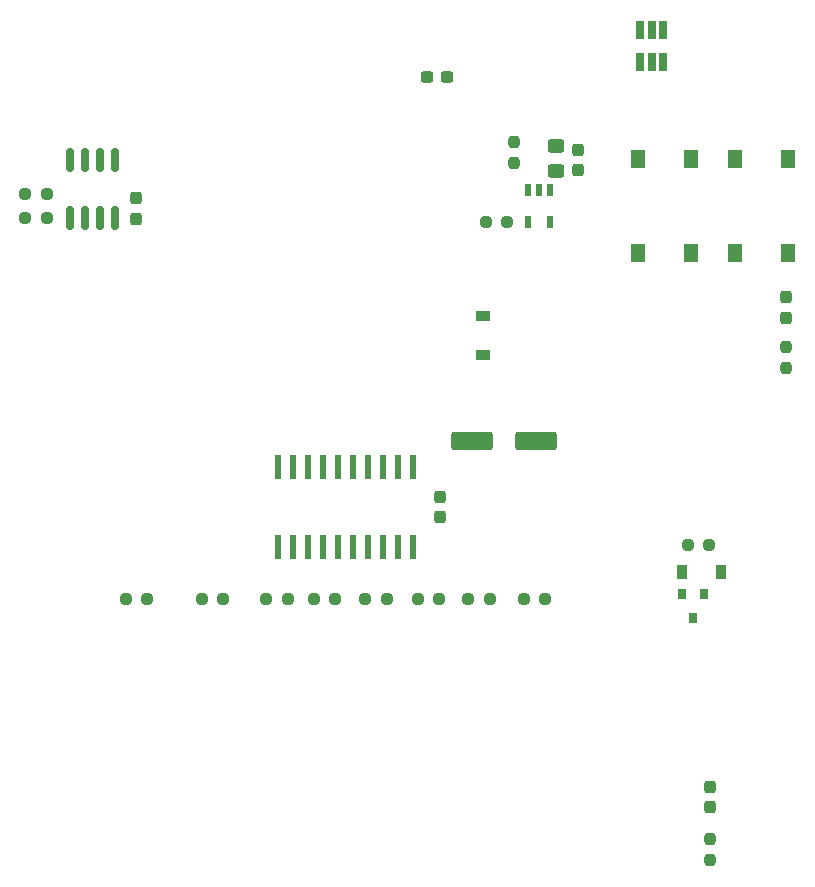
<source format=gbr>
%TF.GenerationSoftware,KiCad,Pcbnew,(6.0.5)*%
%TF.CreationDate,2022-06-18T16:05:52-05:00*%
%TF.ProjectId,PB_8,50425f38-2e6b-4696-9361-645f70636258,v1*%
%TF.SameCoordinates,Original*%
%TF.FileFunction,Paste,Top*%
%TF.FilePolarity,Positive*%
%FSLAX46Y46*%
G04 Gerber Fmt 4.6, Leading zero omitted, Abs format (unit mm)*
G04 Created by KiCad (PCBNEW (6.0.5)) date 2022-06-18 16:05:52*
%MOMM*%
%LPD*%
G01*
G04 APERTURE LIST*
G04 Aperture macros list*
%AMRoundRect*
0 Rectangle with rounded corners*
0 $1 Rounding radius*
0 $2 $3 $4 $5 $6 $7 $8 $9 X,Y pos of 4 corners*
0 Add a 4 corners polygon primitive as box body*
4,1,4,$2,$3,$4,$5,$6,$7,$8,$9,$2,$3,0*
0 Add four circle primitives for the rounded corners*
1,1,$1+$1,$2,$3*
1,1,$1+$1,$4,$5*
1,1,$1+$1,$6,$7*
1,1,$1+$1,$8,$9*
0 Add four rect primitives between the rounded corners*
20,1,$1+$1,$2,$3,$4,$5,0*
20,1,$1+$1,$4,$5,$6,$7,0*
20,1,$1+$1,$6,$7,$8,$9,0*
20,1,$1+$1,$8,$9,$2,$3,0*%
G04 Aperture macros list end*
%ADD10RoundRect,0.237500X0.250000X0.237500X-0.250000X0.237500X-0.250000X-0.237500X0.250000X-0.237500X0*%
%ADD11RoundRect,0.250000X-0.450000X0.325000X-0.450000X-0.325000X0.450000X-0.325000X0.450000X0.325000X0*%
%ADD12RoundRect,0.237500X-0.237500X0.250000X-0.237500X-0.250000X0.237500X-0.250000X0.237500X0.250000X0*%
%ADD13RoundRect,0.237500X0.237500X-0.300000X0.237500X0.300000X-0.237500X0.300000X-0.237500X-0.300000X0*%
%ADD14R,0.600000X1.050000*%
%ADD15RoundRect,0.150000X-0.150000X0.825000X-0.150000X-0.825000X0.150000X-0.825000X0.150000X0.825000X0*%
%ADD16RoundRect,0.250000X1.500000X0.550000X-1.500000X0.550000X-1.500000X-0.550000X1.500000X-0.550000X0*%
%ADD17RoundRect,0.237500X0.237500X-0.287500X0.237500X0.287500X-0.237500X0.287500X-0.237500X-0.287500X0*%
%ADD18RoundRect,0.237500X0.237500X-0.250000X0.237500X0.250000X-0.237500X0.250000X-0.237500X-0.250000X0*%
%ADD19R,1.200000X0.900000*%
%ADD20RoundRect,0.237500X-0.300000X-0.237500X0.300000X-0.237500X0.300000X0.237500X-0.300000X0.237500X0*%
%ADD21R,0.558800X2.159000*%
%ADD22RoundRect,0.237500X-0.237500X0.300000X-0.237500X-0.300000X0.237500X-0.300000X0.237500X0.300000X0*%
%ADD23R,0.900000X1.200000*%
%ADD24R,0.800000X0.900000*%
%ADD25RoundRect,0.237500X-0.250000X-0.237500X0.250000X-0.237500X0.250000X0.237500X-0.250000X0.237500X0*%
%ADD26R,0.650000X1.560000*%
%ADD27R,1.300000X1.550000*%
%ADD28RoundRect,0.237500X-0.237500X0.287500X-0.237500X-0.287500X0.237500X-0.287500X0.237500X0.287500X0*%
G04 APERTURE END LIST*
D10*
%TO.C,R29*%
X189161300Y-77502600D03*
X187336300Y-77502600D03*
%TD*%
D11*
%TO.C,FB1*%
X193302600Y-71145700D03*
X193302600Y-73195700D03*
%TD*%
D12*
%TO.C,R30*%
X189759800Y-70757800D03*
X189759800Y-72582800D03*
%TD*%
D13*
%TO.C,C9*%
X195148800Y-73165100D03*
X195148800Y-71440100D03*
%TD*%
D14*
%TO.C,U8*%
X192792600Y-74816100D03*
X191842600Y-74816100D03*
X190892600Y-74816100D03*
X190892600Y-77516100D03*
X192792600Y-77516100D03*
%TD*%
D13*
%TO.C,C3*%
X157698800Y-77265100D03*
X157698800Y-75540100D03*
%TD*%
D10*
%TO.C,R6*%
X150161300Y-75202600D03*
X148336300Y-75202600D03*
%TD*%
D15*
%TO.C,U2*%
X155926000Y-72264100D03*
X154656000Y-72264100D03*
X153386000Y-72264100D03*
X152116000Y-72264100D03*
X152116000Y-77214100D03*
X153386000Y-77214100D03*
X154656000Y-77214100D03*
X155926000Y-77214100D03*
%TD*%
D10*
%TO.C,R5*%
X150161300Y-77202600D03*
X148336300Y-77202600D03*
%TD*%
D16*
%TO.C,C2*%
X191578800Y-96052600D03*
X186178800Y-96052600D03*
%TD*%
D17*
%TO.C,D3*%
X212773800Y-85627600D03*
X212773800Y-83877600D03*
%TD*%
D18*
%TO.C,R3*%
X212748800Y-89915100D03*
X212748800Y-88090100D03*
%TD*%
D19*
%TO.C,D5*%
X187123800Y-85527600D03*
X187123800Y-88827600D03*
%TD*%
D20*
%TO.C,C4*%
X182336300Y-65284800D03*
X184061300Y-65284800D03*
%TD*%
D21*
%TO.C,U5*%
X181184800Y-98274300D03*
X179914800Y-98274300D03*
X178644800Y-98274300D03*
X177374800Y-98274300D03*
X176104800Y-98274300D03*
X174834800Y-98274300D03*
X173564800Y-98274300D03*
X172294800Y-98274300D03*
X171024800Y-98274300D03*
X169754800Y-98274300D03*
X169754800Y-105030700D03*
X171024800Y-105030700D03*
X172294800Y-105030700D03*
X173564800Y-105030700D03*
X174834800Y-105030700D03*
X176104800Y-105030700D03*
X177374800Y-105030700D03*
X178644800Y-105030700D03*
X179914800Y-105030700D03*
X181184800Y-105030700D03*
%TD*%
D22*
%TO.C,C6*%
X183498800Y-100827600D03*
X183498800Y-102552600D03*
%TD*%
D23*
%TO.C,D4*%
X203928800Y-107152600D03*
X207228800Y-107152600D03*
%TD*%
D24*
%TO.C,Q1*%
X205828800Y-109052600D03*
X203928800Y-109052600D03*
X204878800Y-111052600D03*
%TD*%
D25*
%TO.C,R4*%
X204436300Y-104852600D03*
X206261300Y-104852600D03*
%TD*%
D26*
%TO.C,U9*%
X202318800Y-61292600D03*
X201368800Y-61292600D03*
X200418800Y-61292600D03*
X200418800Y-63992600D03*
X201368800Y-63992600D03*
X202318800Y-63992600D03*
%TD*%
D27*
%TO.C,SW1*%
X200248800Y-72182600D03*
X200248800Y-80132600D03*
X204748800Y-80132600D03*
X204748800Y-72182600D03*
%TD*%
%TO.C,SW2*%
X208398800Y-72182600D03*
X208398800Y-80132600D03*
X212898800Y-72182600D03*
X212898800Y-80132600D03*
%TD*%
D25*
%TO.C,R22*%
X190536300Y-109452600D03*
X192361300Y-109452600D03*
%TD*%
D10*
%TO.C,R15*%
X158661300Y-109452600D03*
X156836300Y-109452600D03*
%TD*%
D25*
%TO.C,R20*%
X181586300Y-109452600D03*
X183411300Y-109452600D03*
%TD*%
D10*
%TO.C,R16*%
X165111300Y-109452600D03*
X163286300Y-109452600D03*
%TD*%
%TO.C,R17*%
X170561300Y-109452600D03*
X168736300Y-109452600D03*
%TD*%
D25*
%TO.C,R19*%
X177136300Y-109452600D03*
X178961300Y-109452600D03*
%TD*%
D28*
%TO.C,D1*%
X206320600Y-125359600D03*
X206320600Y-127109600D03*
%TD*%
D25*
%TO.C,R21*%
X185836300Y-109452600D03*
X187661300Y-109452600D03*
%TD*%
%TO.C,R18*%
X172786300Y-109452600D03*
X174611300Y-109452600D03*
%TD*%
D12*
%TO.C,R1*%
X206320600Y-129741700D03*
X206320600Y-131566700D03*
%TD*%
M02*

</source>
